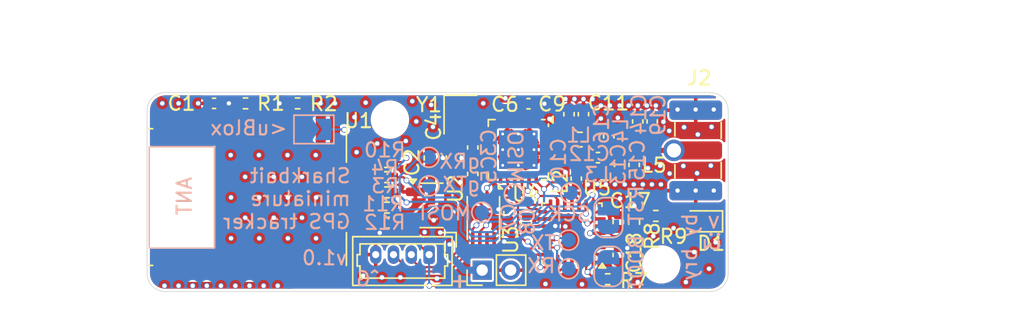
<source format=kicad_pcb>
(kicad_pcb (version 20240108) (generator "pcbnew") (generator_version "8.0")
  (layers (0 "F.Cu" signal) (1 "In1.Cu" signal) (2 "In2.Cu" signal) (31 "B.Cu" signal) (34 "B.Paste" user) (35 "F.Paste" user) (36 "B.SilkS" user "B.Silkscreen") (37 "F.SilkS" user "F.Silkscreen") (38 "B.Mask" user) (39 "F.Mask" user) (44 "Edge.Cuts" user))
  (net 0 "")
  (net 1 "/RF Transmitter/VR_PA")
  (net 2 "+3.3V")
  (net 3 "GND")
  (net 4 "Net-(D1-A)")
  (net 5 "/LED")
  (net 6 "/RF Transmitter/RF_XTB")
  (net 7 "/RF Transmitter/RF_XTA")
  (net 8 "/SCK")
  (net 9 "/MISO")
  (net 10 "/MOSI")
  (net 11 "/RF Transmitter/RFO_MATCH")
  (net 12 "/RF Transmitter/RFO_NOTCH")
  (net 13 "/RF Transmitter/RFO_LPF")
  (net 14 "/RF Transmitter/ANT")
  (net 15 "/RF Transmitter/RFO")
  (net 16 "/GPS_RX")
  (net 17 "/GPS_TX")
  (net 18 "/GPS_nRST")
  (net 19 "/GPS_1PPS")
  (net 20 "/OWI")
  (net 21 "+BATT")
  (net 22 "/UBLOX_VCCIO")
  (net 23 "/SWDIO")
  (net 24 "/NRST")
  (net 25 "/SWCLK")
  (net 26 "/RX")
  (net 27 "/TX")
  (net 28 "/BOOT")
  (net 29 "/DBG_TX")
  (net 30 "/DBG_RX")
  (net 31 "/RF_nRST")
  (net 32 "/RF_CS")
  (net 33 "/RF_BUSY")
  (net 34 "/FLASH_CS")
  (net 35 "Net-(U4-VREG)")
  (net 37 "Net-(U1-RF_IN)")
  (net 49 "/SCL_NC")
  (net 50 "/SDA_NC")
  (net 51 "/R_1PPS")
  (net 52 "/R_nRST")
  (net 53 "/RF Transmitter/RF_DCB")
  (footprint "Inductor_SMD:L_0603_1608Metric" (layer "F.Cu") (at 133.35 74.676)
    (property "Reference" "L1")
    (property "Value" "68u")
  )
  (footprint "Resistor_SMD:R_0402_1005Metric" (layer "F.Cu") (at 138.684 80.0354 180)
    (property "Reference" "R9")
    (property "Value" "75")
  )
  (footprint "Crystal:Crystal_SMD_2016-4Pin_2.0x1.6mm" (layer "F.Cu") (at 124.968 72.9234 -90)
    (property "Reference" "Y1")
    (property "Value" "32MHz")
  )
  (footprint "Capacitor_SMD:C_0402_1005Metric" (layer "F.Cu") (at 136.144 76.454 -90)
    (property "Reference" "C13")
    (property "Value" "4.7p")
  )
  (footprint "Capacitor_SMD:C_0402_1005Metric" (layer "F.Cu") (at 137.414 73.406 90)
    (property "Reference" "C14")
    (property "Value" "0")
  )
  (footprint "Package_DFN_QFN:QFN-28_4x4mm_P0.5mm" (layer "F.Cu") (at 132.7912 81.252 180)
    (property "Reference" "U5")
    (property "Value" "STM32L031G6Ux")
  )
  (footprint "Resistor_SMD:R_0402_1005Metric" (layer "F.Cu") (at 109.8804 72.136)
    (property "Reference" "R1")
    (property "Value" "4.7k")
  )
  (footprint "Capacitor_SMD:C_0402_1005Metric" (layer "F.Cu") (at 107.6706 72.136 180)
    (property "Reference" "C1")
    (property "Value" "0.1uF")
  )
  (footprint "Capacitor_SMD:C_0402_1005Metric" (layer "F.Cu") (at 134.62 75.946)
    (property "Reference" "C12")
    (property "Value" "6.8p")
  )
  (footprint "Capacitor_SMD:C_0402_1005Metric" (layer "F.Cu") (at 133.604 72.898 90)
    (property "Reference" "C11")
    (property "Value" "0.1uF")
  )
  (footprint "Capacitor_SMD:C_0402_1005Metric" (layer "F.Cu") (at 136.0424 80.4672 90)
    (property "Reference" "C17")
    (property "Value" "0.1uF")
  )
  (footprint "Capacitor_SMD:C_0402_1005Metric" (layer "F.Cu") (at 136.0424 82.776 -90)
    (property "Reference" "C18")
    (property "Value" "0.1uF")
  )
  (footprint "Inductor_SMD:L_0402_1005Metric" (layer "F.Cu") (at 132.611 75.946)
    (property "Reference" "L2")
    (property "Value" "4.7n")
  )
  (footprint "Package_TO_SOT_SMD:SOT-23-3" (layer "F.Cu") (at 122.936 79.2988)
    (property "Reference" "U2")
    (property "Value" "XC6206PxxxMR")
  )
  (footprint "RF_Module_Custom:CAM-M8_QuectelL96" (layer "F.Cu") (at 102.9626 78.7146 90)
    (property "Reference" "U1")
    (property "Value" "Quectel_L96")
  )
  (footprint "Resistor_SMD:R_0402_1005Metric" (layer "F.Cu") (at 113.538 72.136)
    (property "Reference" "R2")
    (property "Value" "4.7k")
  )
  (footprint "Package_DFN_QFN:QFN-24-1EP_4x4mm_P0.5mm_EP2.7x2.7mm_ThermalVias" (layer "F.Cu") (at 129.032 75.3872 -90)
    (property "Reference" "U4")
    (property "Value" "LLCC68")
  )
  (footprint "Capacitor_SMD:C_0603_1608Metric" (layer "F.Cu") (at 122.936 75.9714 90)
    (property "Reference" "C2")
    (property "Value" "10uF")
  )
  (footprint "Capacitor_SMD:C_0603_1608Metric" (layer "F.Cu") (at 124.4854 75.9714 90)
    (property "Reference" "C4")
    (property "Value" "10uF")
  )
  (footprint "Capacitor_SMD:C_0402_1005Metric" (layer "F.Cu") (at 129.5908 80.5688 90)
    (property "Reference" "C8")
    (property "Value" "0.1uF")
  )
  (footprint "Connector_Coaxial_Custom:SMA_Samtec_SMA-J-P-H-ST-EM1_EdgeMount_WireWhip" (layer "F.Cu") (at 141.732 75.438)
    (property "Reference" "J2")
    (property "Value" "Conn_Coaxial_Small")
  )
  (footprint "Capacitor_SMD:C_0402_1005Metric" (layer "F.Cu") (at 128.3716 79.8322 -90)
    (property "Reference" "C7")
    (property "Value" "0.1uF")
  )
  (footprint "Connector_Molex:Molex_PicoBlade_53047-0410_1x04_P1.25mm_Vertical" (layer "F.Cu") (at 122.7676 82.7532 180)
    (property "Reference" "J1" (hide yes))
    (property "Value" "Conn_01x04")
  )
  (footprint "Capacitor_SMD:C_0402_1005Metric" (layer "F.Cu") (at 125.8316 77.089 -90)
    (property "Reference" "C5")
    (property "Value" "0.1uF")
  )
  (footprint "Resistor_SMD:R_0402_1005Metric" (layer "F.Cu") (at 119.8118 79.4512)
    (property "Reference" "R11")
    (property "Value" "220")
  )
  (footprint "Resistor_SMD:R_0402_1005Metric" (layer "F.Cu") (at 137.16 80.4672 -90)
    (property "Reference" "R8")
    (property "Value" "4.7k")
  )
  (footprint "Package_SON:Winbond_USON-8-1EP_3x2mm_P0.5mm_EP0.2x1.6mm" (layer "F.Cu") (at 126.5802 80.1852 -90)
    (property "Reference" "U3")
    (property "Value" "XT25F32FDTIGT")
  )
  (footprint "Inductor_SMD:L_0402_1005Metric" (layer "F.Cu") (at 134.62 76.962)
    (property "Reference" "L3")
    (property "Value" "3.9n")
  )
  (footprint "Resistor_SMD:R_0402_1005Metric" (layer "F.Cu") (at 119.8118 76.2508)
    (property "Reference" "R10")
    (property "Value" "220")
  )
  (footprint "MountingHole:MountingHole_2.2mm_M2" (layer "F.Cu") (at 120.015 73.279)
    (property "Reference" "H1" (hide yes))
    (property "Value" "MountingHole")
  )
  (footprint "Resistor_SMD:R_0402_1005Metric" (layer "F.Cu") (at 135.3058 84.4804)
    (property "Reference" "R7")
    (property "Value" "4.7k")
  )
  (footprint "Resistor_SMD:R_0402_1005Metric" (layer "F.Cu") (at 119.8118 78.3844)
    (property "Reference" "R3")
    (property "Value" "220")
  )
  (footprint "Inductor_SMD:L_0402_1005Metric" (layer "F.Cu") (at 137.922 74.93)
    (property "Reference" "L5")
    (property "Value" "0R")
  )
  (footprint "Resistor_SMD:R_0402_1005Metric" (layer "F.Cu") (at 119.8118 80.518)
    (property "Reference" "R12")
    (property "Value" "4.7k")
  )
  (footprint "Capacitor_SMD:C_0402_1005Metric" (layer "F.Cu") (at 137.16 76.454 -90)
    (property "Reference" "C15")
    (property "Value" "3.3p")
  )
  (footprint "Capacitor_SMD:C_0402_1005Metric" (layer "F.Cu") (at 129.7432 72.1614 180)
    (property "Reference" "C6")
    (property "Value" "1uF")
  )
  (footprint "Capacitor_SMD:C_0402_1005Metric" (layer "F.Cu") (at 135.382 74.45 90)
    (property "Reference" "C16")
    (property "Value" "68p")
  )
  (footprint "Capacitor_SMD:C_0402_1005Metric" (layer "F.Cu") (at 138.43 73.406 90)
    (property "Reference" "C19")
    (property "Value" "0")
  )
  (footprint "MountingHole:MountingHole_2.2mm_M2" (layer "F.Cu") (at 139.065 83.439)
    (property "Reference" "H2" (hide yes))
    (property "Value" "MountingHole")
  )
  (footprint "Capacitor_SMD:C_0402_1005Metric" (layer "F.Cu") (at 125.8316 75.2348 -90)
    (property "Reference" "C3")
    (property "Value" "1uF")
  )
  (footprint "Connector_PinHeader_2.00mm:PinHeader_1x02_P2.00mm_Vertical" (layer "F.Cu") (at 126.492 83.8428 90)
    (property "Reference" "BT1" (hide yes))
    (property "Value" "LiPo")
  )
  (footprint "Resistor_SMD:R_0402_1005Metric" (layer "F.Cu") (at 119.8118 77.3176)
    (property "Reference" "R4")
    (property "Value" "220")
  )
  (footprint "Capacitor_SMD:C_0402_1005Metric" (layer "F.Cu") (at 132.588 72.898 90)
    (property "Reference" "C9")
    (property "Value" "68p")
  )
  (footprint "Capacitor_SMD:C_0402_1005Metric" (layer "F.Cu") (at 133.096 77.4192 -90)
    (property "Reference" "C10")
    (property "Value" "6.8p")
  )
  (footprint "Inductor_SMD:L_0402_1005Metric" (layer "F.Cu") (at 136.398 74.45 -90)
    (property "Reference" "L4")
    (property "Value" "10n")
  )
  (footprint "LED_SMD:LED_0603_1608Metric" (layer "F.Cu") (at 141.8844 80.4164 180)
    (property "Reference" "D1")
    (property "Value" "RED")
  )
  (footprint "TestPoint:TestPoint_Pad_D1.0mm" (layer "B.Cu") (at 128.7526 78.5114 180)
    (property "Reference" "TP4" (hide yes))
    (property "Value" "MISO")
  )
  (footprint "TestPoint:TestPoint_Pad_D1.0mm" (layer "B.Cu") (at 122.7582 77.9272 180)
    (property "Reference" "TP6" (hide yes))
    (property "Value" "GPS_TX")
  )
  (footprint "Jumper:SolderJumper-2_P1.3mm_Open_TrianglePad1.0x1.5mm" (layer "B.Cu") (at 114.681 73.9648)
    (property "Reference" "JP3" (hide yes))
    (property "Value" "Ublox_VCCIO")
  )
  (footprint "TestPoint:TestPoint_Pad_D1.0mm" (layer "B.Cu") (at 122.7582 75.9206 180)
    (property "Reference" "TP7" (hide yes))
    (property "Value" "GPS_RX")
  )
  (footprint "Jumper:SolderJumper-2_P1.3mm_Open_RoundedPad1.0x1.5mm" (layer "B.Cu") (at 135.3566 83.581 -90)
    (property "Reference" "JP2" (hide yes))
    (property "Value" "BOOT")
  )
  (footprint "TestPoint:TestPoint_Pad_D1.0mm" (layer "B.Cu") (at 132.5626 81.7372 180)
    (property "Reference" "TP2" (hide yes))
    (property "Value" "DBG_TX")
  )
  (footprint "TestPoint:TestPoint_Pad_D1.0mm" (layer "B.Cu") (at 132.5626 83.7438 180)
    (property "Reference" "TP1" (hide yes))
    (property "Value" "DBG_RX")
  )
  (footprint "Jumper:SolderJumper-2_P1.3mm_Open_RoundedPad1.0x1.5mm" (layer "B.Cu") (at 135.3566 80.152 -90)
    (property "Reference" "JP1" (hide yes))
    (property "Value" "RST")
  )
  (footprint "TestPoint:TestPoint_Pad_D1.0mm" (layer "B.Cu") (at 132.715 78.4352 180)
    (property "Reference" "TP3" (hide yes))
    (property "Value" "SCK")
  )
  (footprint "TestPoint:TestPoint_Pad_D1.0mm" (layer "B.Cu") (at 126.4666 79.7814 180)
    (property "Reference" "TP5" (hide yes))
    (property "Value" "MOSI")
  )
  (gr_rect (start 103.124 75.184) (end 107.696 82.296) (stroke (width 0.1)) (fill none) (layer "B.SilkS"))
  (gr_line (start 142.494 85.344) (end 104.2416 85.344) (stroke (width 0.05)) (layer "Edge.Cuts"))
  (gr_arc (start 143.764 84.074) (mid 143.392026 84.972026) (end 142.494 85.344) (stroke (width 0.05)) (layer "Edge.Cuts"))
  (gr_arc (start 104.2416 85.344) (mid 103.343574 84.972026) (end 102.9716 84.074) (stroke (width 0.05)) (layer "Edge.Cuts"))
  (gr_arc (start 142.494 71.374) (mid 143.392026 71.745974) (end 143.764 72.644) (stroke (width 0.05)) (layer "Edge.Cuts"))
  (gr_line (start 102.9716 84.074) (end 102.9716 72.644) (stroke (width 0.05)) (layer "Edge.Cuts"))
  (gr_arc (start 102.9716 72.644) (mid 103.343574 71.745974) (end 104.2416 71.374) (stroke (width 0.05)) (layer "Edge.Cuts"))
  (gr_line (start 143.764 72.644) (end 143.764 84.074) (stroke (width 0.05)) (layer "Edge.Cuts"))
  (gr_line (start 104.2416 71.374) (end 142.494 71.374) (stroke (width 0.05)) (layer "Edge.Cuts"))
  (gr_text "<uBlox" (at 112.903 74.4474 0) (layer "B.SilkS") (effects (font (size 1 1) (thickness 0.1524)) (justify left bottom mirror)))
  (gr_text "+" (at 125.603 85.1408 0) (layer "B.SilkS") (effects (font (size 1 1) (thickness 0.1524)) (justify left bottom mirror)))
  (gr_text "^G" (at 119.3292 85.0392 0) (layer "B.SilkS") (effects (font (size 1 1) (thickness 0.1524)) (justify left bottom mirror)))
  (gr_text "MOSI" (at 125.8062 80.4164 0) (layer "B.SilkS") (effects (font (size 1 1) (thickness 0.1524)) (justify left bottom mirror)))
  (gr_text "gRX\ngTX" (at 126.4412 78.4098 0) (layer "B.SilkS") (effects (font (size 1 1) (thickness 0.1524)) (justify left bottom mirror)))
  (gr_text "Sharkbait\nminiature\nGPS tracker" (at 117.348 81.026 0) (layer "B.SilkS") (effects (font (size 1 1) (thickness 0.1524)) (justify left bottom mirror)))
  (gr_text "v1.0" (at 117.094 83.566 0) (layer "B.SilkS") (effects (font (size 1 1) (thickness 0.1524)) (justify left bottom mirror)))
  (gr_text "MISO" (at 128.1938 77.7748 270) (layer "B.SilkS") (effects (font (size 1 1) (thickness 0.1524)) (justify left bottom mirror)))
  (gr_text "SCK" (at 134.1882 80.4926 0) (layer "B.SilkS") (effects (font (size 1 1) (thickness 0.1524)) (justify left bottom mirror)))
  (gr_text "RST BOOT\n" (at 137.8966 77.8002 90) (layer "B.SilkS") (effects (font (size 1 1) (thickness 0.1524)) (justify left bottom mirror)))
  (gr_text "ANT" (at 106.172 77.216 90) (layer "B.SilkS") (effects (font (size 1 1) (thickness 0.1524)) (justify left bottom mirror)))
  (gr_text "by bry\n>:3" (at 143.256 79.756 90) (layer "B.SilkS") (effects (font (size 1 1) (thickness 0.1524)) (justify left bottom mirror)))
  (gr_text "TX\nRX" (at 131.7244 84.1248 0) (layer "B.SilkS") (effects (font (size 1 1) (thickness 0.1524)) (justify left bottom mirror)))
  (gr_text "+" (at 124.206 85.1408 -0) (layer "F.SilkS") (effects (font (size 1 1) (thickness 0.1524)) (justify left bottom)))
  (segment (start 132.5625 74.676) (end 132.5625 73.4035) (width 0.1524) (layer "F.Cu") (net 1))
  (segment (start 132.0237 74.1372) (end 132.5625 74.676) (width 0.1524) (layer "F.Cu") (net 1))
  (segment (start 132.5625 73.4035) (end 132.588 73.378) (width 0.1524) (layer "F.Cu") (net 1))
  (segment (start 130.9945 74.1372) (end 132.0237 74.1372) (width 0.1524) (layer "F.Cu") (net 1))
  (segment (start 132.588 73.378) (end 133.604 73.378) (width 0.1524) (layer "F.Cu") (net 1))
  (segment (start 119.3018 81.2272) (end 119.3038 81.2292) (width 0.1524) (layer "F.Cu") (net 2))
  (segment (start 122.9484 76.7464) (end 122.936 76.7464) (width 0.508) (layer "F.Cu") (net 2))
  (segment (start 129.5908 81.0488) (end 129.8876 80.752) (width 0.1524) (layer "F.Cu") (net 2))
  (segment (start 126.3302 79.12361) (end 126.3302 78.7602) (width 0.1524) (layer "F.Cu") (net 2))
  (segment (start 137.16 79.9572) (end 137.16 79.3242) (width 0.1524) (layer "F.Cu") (net 2))
  (segment (start 128.3716 79.3522) (end 128.1456 79.5782) (width 0.1524) (layer "F.Cu") (net 2))
  (segment (start 129.8876 80.752) (end 130.8537 80.752) (width 0.1524) (layer "F.Cu") (net 2))
  (segment (start 136.0424 80.9472) (end 136.17 80.9472) (width 0.1524) (layer "F.Cu") (net 2))
  (segment (start 136.0424 82.296) (end 136.6774 82.296) (width 0.1524) (layer "F.Cu") (net 2))
  (segment (start 126.3034 76.1372) (end 127.0695 76.1372) (width 0.1524) (layer "F.Cu") (net 2))
  (segment (start 128.1456 79.5782) (end 126.78479 79.5782) (width 0.1524) (layer "F.Cu") (net 2))
  (segment (start 113.028 72.136) (end 112.268 72.136) (width 0.1524) (layer "F.Cu") (net 2))
  (segment (start 128.0414 81.8388) (end 127.8128 81.6102) (width 0.1524) (layer "F.Cu") (net 2))
  (segment (start 130.282 72.2202) (end 130.2232 72.1614) (width 0.1524) (layer "F.Cu") (net 2))
  (segment (start 126.8302 81.6102) (end 127.3302 81.6102) (width 0.1524) (layer "F.Cu") (net 2))
  (segment (start 125.8316 76.609) (end 126.3034 76.1372) (width 0.1524) (layer "F.Cu") (net 2))
  (segment (start 108.1626 72.148) (end 108.1506 72.136) (width 0.1524) (layer "F.Cu") (net 2))
  (segment (start 135.8472 80.752) (end 136.0424 80.9472) (width 0.1524) (layer "F.Cu") (net 2))
  (segment (start 131.6228 80.7466) (end 130.8591 80.7466) (width 0.1524) (layer "F.Cu") (net 2))
  (segment (start 127.8128 81.6102) (end 127.3302 81.6102) (width 0.1524) (layer "F.Cu") (net 2))
  (segment (start 126.78479 79.5782) (end 126.3302 79.12361) (width 0.1524) (layer "F.Cu") (net 2))
  (segment (start 127.0695 76.1372) (end 127.0695 75.6372) (width 0.1524) (layer "F.Cu") (net 2))
  (segment (start 119.3018 80.518) (end 119.3018 81.2272) (width 0.1524) (layer "F.Cu") (net 2))
  (segment (start 121.7985 80.2488) (end 122.936 79.1113) (width 0.508) (layer "F.Cu") (net 2))
  (segment (start 134.7887 82.752) (end 135.5864 82.752) (width 0.1524) (layer "F.Cu") (net 2))
  (segment (start 130.8591 80.7466) (end 130.8537 80.752) (width 0.1524) (layer "F.Cu") (net 2))
  (segment (start 135.5864 82.752) (end 136.0424 82.296) (width 0.1524) (layer "F.Cu") (net 2))
  (segment (start 125.0442 75.9714) (end 125.6818 76.609) (width 0.1524) (layer "F.Cu") (net 2))
  (segment (start 108.1506 72.136) (end 108.712 72.136) (width 0.1524) (layer "F.Cu") (net 2))
  (segment (start 123.7234 75.9714) (end 122.9484 76.7464) (width 0.508) (layer "F.Cu") (net 2))
  (segment (start 109.3704 72.136) (end 108.712 72.136) (width 0.1524) (layer "F.Cu") (net 2))
  (segment (start 134.7287 80.752) (end 135.8472 80.752) (width 0.1524) (layer "F.Cu") (net 2))
  (segment (start 125.6818 76.609) (end 125.8316 76.609) (width 0.1524) (layer "F.Cu") (net 2))
  (segment (start 136.17 80.9472) (end 137.16 79.9572) (width 0.1524) (layer "F.Cu") (net 2))
  (segment (start 122.936 79.1113) (end 122.936 76.7464) (width 0.508) (layer "F.Cu") (net 2))
  (segment (start 108.1626 73.9896) (end 109.1626 73.9896) (width 0.1524) (layer "F.Cu") (net 2))
  (segment (start 130.282 73.4247) (end 130.282 72.2202) (width 0.1524) (layer "F.Cu") (net 2))
  (segment (start 130.2232 72.1614) (end 130.8608 72.1614) (width 0.1524) (layer "F.Cu") (net 2))
  (segment (start 108.1626 73.9896) (end 108.1626 72.148) (width 0.1524) (layer "F.Cu") (net 2))
  (via (at 119.3038 81.2292) (size 0.4064) (drill 0.3048) (layers "F.Cu" "B.Cu") (net 2))
  (via (at 128.0414 81.8388) (size 0.4064) (drill 0.3048) (layers "F.Cu" "B.Cu") (net 2))
  (via (at 112.268 72.136) (size 0.4064) (drill 0.3048) (layers "F.Cu" "B.Cu") (net 2))
  (via (at 125.0442 75.9714) (size 0.4064) (drill 0.3048) (layers "F.Cu" "B.Cu") (net 2))
  (via (at 137.16 79.3242) (size 0.4064) (drill 0.3048) (layers "F.Cu" "B.Cu") (net 2))
  (via (at 136.6774 82.296) (size 0.4064) (drill 0.3048) (layers "F.Cu" "B.Cu") (net 2))
  (via (at 131.6228 80.7466) (size 0.4064) (drill 0.3048) (layers "F.Cu" "B.Cu") (net 2))
  (via (at 130.8608 72.1614) (size 0.4064) (drill 0.3048) (layers "F.Cu" "B.Cu") (net 2))
  (via (at 127.635 79.5782) (size 0.4064) (drill 0.3048) (layers "F.Cu" "B.Cu") (net 2))
  (via (at 123.7234 75.9714) (size 0.4064) (drill 0.3048) (layers "F.Cu" "B.Cu") (net 2))
  (via (at 108.712 72.136) (size 0.4064) (drill 0.3048) (layers "F.Cu" "B.Cu") (net 2))
  (segment (start 126.74359 74.6372) (end 127.0695 74.6372) (width 0.1524) (layer "F.Cu") (net 3))
  (segment (start 126.365 75.5904) (end 126.365 75.01579) (width 0.1524) (layer "F.Cu") (net 3))
  (segment (start 125.8316 77.569) (end 125.046997 77.569) (width 0.1524) (layer "F.Cu") (net 3))
  (segment (start 126.365 75.01579) (end 126.74359 74.6372) (width 0.1524) (layer "F.Cu") (net 3))
  (segment (start 125.8316 75.7148) (end 125.3132 75.1964) (width 0.1524) (layer "F.Cu") (net 3))
  (segment (start 125.3132 75.1964) (end 124.4854 75.1964) (width 0.1524) (layer "F.Cu") (net 3))
  (segment (start 134.6591 83.2495) (end 134.6962 83.2866) (width 0.1524) (layer "F.Cu") (net 3))
  (segment (start 126.2406 75.7148) (end 126.365 75.5904) (width 0.1524) (layer "F.Cu") (net 3))
  (segment (start 133.096 77.8992) (end 132.334 77.1372) (width 0.1524) (layer "F.Cu") (net 3))
  (segment (start 134.2912 83.2495) (end 134.6591 83.2495) (width 0.1524) (layer "F.Cu") (net 3))
  (segment (start 131.805043 80.252) (end 130.8537 80.252) (width 0.1524) (layer "F.Cu") (net 3))
  (segment (start 132.334 77.1372) (end 132.334 76.962) (width 0.1524) (layer "F.Cu") (net 3))
  (segment (start 125.046997 77.569) (end 124.946285 77.669712) (width 0.1524) (layer "F.Cu") (net 3))
  (segment (start 125.8316 75.7148) (end 126.2406 75.7148) (width 0.1524) (layer "F.Cu") (net 3))
  (segment (start 107.1906 72.136) (end 106.553 72.136) (width 0.1524) (layer "F.Cu") (net 3))
  (segment (start 132.329521 80.776478) (end 131.805043 80.252) (width 0.1524) (layer "F.Cu") (net 3))
  (segment (start 132.329521 80.776479) (end 132.329521 80.776478) (width 0.1524) (layer "F.Cu") (net 3))
  (via (at 141.5796 77.0382) (size 0.4064) (drill 0.3048) (layers "F.Cu" "B.Cu") (net 3))
  (via (at 119.4562 84.3534) (size 0.4064) (drill 0.3048) (layers "F.Cu" "B.Cu") (net 3))
  (via (at 123.317 84.4296) (size 0.4064) (drill 0.3048) (layers "F.Cu" "B.Cu") (net 3))
  (via (at 110.1598 84.9376) (size 0.4064) (drill 0.3048) (layers "F.Cu" "B.Cu") (net 3))
  (via (at 138.5062 81.4578) (size 0.4064) (drill 0.3048) (layers "F.Cu" "B.Cu") (net 3))
  (via (at 134.5692 77.8002) (size 0.4064) (drill 0.3048) (layers "F.Cu" "B.Cu") (net 3))
  (via (at 117.6782 75.565) (size 0.4064) (drill 0.3048) (layers "F.Cu" "B.Cu") (net 3))
  (via (at 107.1626 84.9376) (size 0.4064) (drill 0.3048) (layers "F.Cu" "B.Cu") (net 3))
  (via (at 131.2164 73.2282) (size 0.4064) (drill 0.3048) (layers "F.Cu" "B.Cu") (net 3))
  (via (at 112.8268 75.7682) (size 0.4064) (drill 0.3048) (layers "F.Cu" "B.Cu") (net 3))
  (via (at 121.5898 71.9836) (size 0.4064) (drill 0.3048) (layers "F.Cu" "B.Cu") (net 3))
  (via (at 106.553 72.136) (size 0.4064) (drill 0.3048) (layers "F.Cu" "B.Cu") (net 3))
  (via (at 136.4996 77.8256) (size 0.4064) (drill 0.3048) (layers "F.Cu" "B.Cu") (net 3))
  (via (at 117.5258 73.1012) (size 0.4064) (drill 0.3048) (layers "F.Cu" "B.Cu") (net 3))
  (via (at 113.8428 77.2922) (size 0.4064) (drill 0.3048) (layers "F.Cu" "B.Cu") (net 3))
  (via (at 122.9106 72.2376) (size 0.4064) (drill 0.3048) (layers "F.Cu" "B.Cu") (net 3))
  (via (at 137.7696 77.8256) (size 0.4064) (drill 0.3048) (layers "F.Cu" "B.Cu") (net 3))
  (via (at 137.1346 77.8256) (size 0.4064) (drill 0.3048) (layers "F.Cu" "B.Cu") (net 3))
  (via (at 136.1694 78.8162) (size 0.4064) (drill 0.3048) (layers "F.Cu" "B.Cu") (net 3))
  (via (at 113.8428 80.1624) (size 0.4064) (drill 0.3048) (layers "F.Cu" "B.Cu") (net 3))
  (via (at 140.6652 73.8124) (size 0.4064) (drill 0.3048) (layers "F.Cu" "B.Cu") (net 3))
  (via (at 109.1692 84.9376) (size 0.4064) (drill 0.3048) (layers "F.Cu" "B.Cu") (net 3))
  (via (at 124.946285 77.669712) (size 0.4064) (drill 0.3048) (layers "F.Cu" "B.Cu") (net 3))
  (via (at 115.1382 72.136) (size 0.4064) (drill 0.3048) (layers "F.Cu" "B.Cu") (net 3))
  (via (at 132.334 71.8312) (size 0.4064) (drill 0.3048) (layers "F.Cu" "B.Cu") (net 3))
  (via (at 139.0396 77.8256) (size 0.4064) (drill 0.3048) (layers "F.Cu" "B.Cu") (net 3))
  (via (at 132.969 71.8312) (size 0.4064) (drill 0.3048) (layers "F.Cu" "B.Cu") (net 3))
  (via (at 138.4046 77.8256) (size 0.4064) (drill 0.3048) (layers "F.Cu" "B.Cu") (net 3))
  (via (at 128.1176 71.7804) (size 0.4064) (drill 0.3048) (layers "F.Cu" "B.Cu") (net 3))
  (via (at 139.2174 73.4314) (size 0.4064) (drill 0.3048) (layers "F.Cu" "B.Cu") (net 3))
  (via (at 134.8232 72.2884) (size 0.4064) (drill 0.3048) (layers "F.Cu" "B.Cu") (net 3))
  (via (at 132.334 76.962) (size 0.4064) (drill 0.3048) (layers "F.Cu" "B.Cu") (net 3))
  (via (at 134.239 71.8312) (size 0.4064) (drill 0.3048) (layers "F.Cu" "B.Cu") (net 3))
  (via (at 110.8456 78.74) (size 0.4064) (drill 0.3048) (layers "F.Cu" "B.Cu") (net 3))
  (via (at 141.6304 74.3204) (size 0.4064) (drill 0.3048) (layers "F.Cu" "B.Cu") (net 3))
  (via (at 137.414 84.6836) (size 0.4064) (drill 0.3048) (layers "F.Cu" "B.Cu") (net 3))
  (via (at 139.6238 74.0664) (size 0.4064) (drill 0.3048) (layers "F.Cu" "B.Cu") (net 3))
  (via (at 141.478 78.2574) (size 0.4064) (drill 0.3048) (layers "F.Cu" "B.Cu") (net 3))
  (via (at 108.839 75.7682) (size 0.4064) (drill 0.3048) (layers "F.Cu" "B.Cu") (net 3))
  (via (at 140.208 72.5678) (size 0.4064) (drill 0.3048) (layers "F.Cu" "B.Cu") (net 3))
  (via (at 123.0884 80.3402) (size 0.4064) (drill 0.3048) (layers "F.Cu" "B.Cu") (net 3))
  (via (at 106.172 84.9376) (size 0.4064) (drill 0.3048) (layers "F.Cu" "B.Cu") (net 3))
  (via (at 138.049 72.2884) (size 0.4064) (drill 0.3048) (layers "F.Cu" "B.Cu") (net 3))
  (via (at 104.1908 84.9376) (size 0.4064) (drill 0.3048) (layers "F.Cu" "B.Cu") (net 3))
  (via (at 142.5448 76.5048) (size 0.4064) (drill 0.3048) (layers "F.Cu" "B.Cu") (net 3))
  (via (at 140.208 78.2574) (size 0.4064) (drill 0.3048) (layers "F.Cu" "B.Cu") (net 3))
  (via (at 105.1814 72.136) (size 0.4064) (drill 0.3048) (layers "F.Cu" "B.Cu") (net 3))
  (via (at 142.748 72.5678) (size 0.4064) (drill 0.3048) (layers "F.Cu" "B.Cu") (net 3))
  (via (at 137.414 72.2884) (size 0.4064) (drill 0.3048) (layers "F.Cu" "B.Cu") (net 3))
  (via (at 132.329521 80.776479) (size 0.4064) (drill 0.3048) (layers "F.Cu" "B.Cu") (net 3))
  (via (at 139.6492 77.0636) (size 0.4064) (drill 0.3048) (layers "F.Cu" "B.Cu") (net 3))
  (via (at 139.9286 80.899) (size 0.4064) (drill 0.3048) (layers "F.Cu" "B.Cu") (net 3))
  (via (at 105.1814 84.9376) (size 0.4064) (drill 0.3048) (layers "F.Cu" "B.Cu") (net 3))
  (via (at 118.1354 84.2264) (size 0.4064) (drill 0.3048) (layers "F.Cu" "B.Cu") (net 3))
  (via (at 142.875 81.8896) (size 0.4064) (drill 0.3048) (layers "F.Cu" "B.Cu") (net 3))
  (via (at 109.855 77.2922) (size 0.4064) (drill 0.3048) (layers "F.Cu" "B.Cu") (net 3))
  (via (at 135.1788 77.8256) (size 0.4064) (drill 0.3048) (layers "F.Cu" "B.Cu") (net 3))
  (via (at 136.144 72.2884) (size 0.4064) (drill 0.3048) (layers "F.Cu" "B.Cu") (net 3))
  (via (at 142.748 78.2574) (size 0.4064) (drill 0.3048) (layers "F.Cu" "B.Cu") (net 3))
  (via (at 112.141 84.9376) (size 0.4064) (drill 0.3048) (layers "F.Cu" "B.Cu") (net 3))
  (via (at 123.5456 81.2038) (size 0.4064) (drill 0.3048) (layers "F.Cu" "B.Cu") (net 3))
  (via (at 118.3132 72.0852) (size 0.4064) (drill 0.3048) (layers "F.Cu" "B.Cu") (net 3))
  (via (at 126.5682 72.136) (size 0.4064) (drill 0.3048) (layers "F.Cu" "B.Cu") (net 3))
  (via (at 110.8456 81.6102) (size 0.4064) (drill 0.3048) (layers "F.Cu" "B.Cu") (net 3))
  (via (at 108.8644 78.74) (size 0.4064) (drill 0.3048) (layers "F.Cu" "B.Cu") (net 3))
  (via (at 133.9088 77.8256) (size 0.4064) (drill 0.3048) (layers "F.Cu" "B.Cu") (net 3))
  (via (at 111.1504 84.9376) (size 0.4064) (drill 0.3048) (layers "F.Cu" "B.Cu") (net 3))
  (via (at 141.478 72.5678) (size 0.4064) (drill 0.3048) (layers "F.Cu" "B.Cu") (net 3))
  (via (at 140.7922 84.6836) (size 0.4064) (drill 0.3048) (layers "F.Cu" "B.Cu") (net 3))
  (via (at 121.1326 74.7776) (size 0.4064) (drill 0.3048) (layers "F.Cu" "B.Cu") (net 3))
  (via (at 138.684 72.2884) (size 0.4064) (drill 0.3048) (layers "F.Cu" "B.Cu") (net 3))
  (via (at 120.7516 84.3534) (size 0.4064) (drill 0.3048) (layers "F.Cu" "B.Cu") (net 3))
  (via (at 135.4582 72.2884) (size 0.4064) (drill 0.3048) (layers "F.Cu" "B.Cu") (net 3))
  (via (at 104.0384 72.136) (size 0.4064) (drill 0.3048) (layers "F.Cu" "B.Cu") (net 3))
  (via (at 140.6144 76.5302) (size 0.4064) (drill 0.3048) (layers "F.Cu" "B.Cu") (net 3))
  (via (at 111.8616 80.1624) (size 0.4064) (drill 0.3048) (layers "F.Cu" "B.Cu") (net 3))
  (via (at 135.8138 77.8256) (size 0.4064) (drill 0.3048) (layers "F.Cu" "B.Cu") (net 3))
  (via (at 108.8644 81.6102) (size 0.4064) (drill 0.3048) (layers "F.Cu" "B.Cu") (net 3))
  (via (at 134.8232 73.2028) (size 0.4064) (drill 0.3048) (layers "F.Cu" "B.Cu") (net 3))
  (via (at 112.8522 81.6102) (size 0.4064) (drill 0.3048) (layers "F.Cu" "B.Cu") (net 3))
  (via (at 114.808 75.7682) (size 0.4064) (drill 0.3048) (layers "F.Cu" "B.Cu") (net 3))
  (via (at 108.1532 84.9376) (size 0.4064) (drill 0.3048) (layers "F.Cu" "B.Cu") (net 3))
  (via (at 136.017 73.152) (size 0.4064) (drill 0.3048) (layers "F.Cu" "B.Cu") (net 3))
  (via (at 109.855 80.1624) (size 0.4064) (drill 0.3048) (layers "F.Cu" "B.Cu") (net 3))
  (via (at 121.8692 73.406) (size 0.4064) (drill 0.3048) (layers "F.Cu" "B.Cu") (net 3))
  (via (at 138.1252 76.6826) (size 0.4064) (drill 0.3048) (layers "F.Cu" "B.Cu") (net 3))
  (via (at 123.0376 73.787) (size 0.4064) (drill 0.3048) (layers "F.Cu" "B.Cu") (net 3))
  (via (at 112.8522 78.74) (size 0.4064) (drill 0.3048) (layers "F.Cu" "B.Cu") (net 3))
  (via (at 114.8334 81.6102) (size 0.4064) (drill 0.3048) (layers "F.Cu" "B.Cu") (net 3))
  (via (at 136.779 72.2884) (size 0.4064) (drill 0.3048) (layers "F.Cu" "B.Cu") (net 3))
  (via (at 122.4534 81.1784) (size 0.4064) (drill 0.3048) (layers "F.Cu" "B.Cu") (net 3))
  (via (at 116.1542 72.136) (size 0.4064) (drill 0.3048) (layers "F.Cu" "B.Cu") (net 3))
  (via (at 111.8616 77.2922) (size 0.4064) (drill 0.3048) (layers "F.Cu" "B.Cu") (net 3))
  (via (at 142.4178 83.7438) (size 0.4064) (drill 0.3048) (layers "F.Cu" "B.Cu") (net 3))
  (via (at 141.3764 82.5754) (size 0.4064) (drill 0.3048) (layers "F.Cu" "B.Cu") (net 3))
  (via (at 119.126 74.9554) (size 0.4064) (drill 0.3048) (layers "F.Cu" "B.Cu") (net 3))
  (via (at 110.8202 75.7682) (size 0.4064) (drill 0.3048) (layers "F.Cu" "B.Cu") (net 3))
  (via (at 133.5024 84.836) (size 0.4064) (drill 0.3048) (layers "F.Cu" "B.Cu") (net 3))
  (via (at 142.5956 73.787) (size 0.4064) (drill 0.3048) (layers "F.Cu" "B.Cu") (net 3))
  (via (at 133.604 71.8312) (size 0.4064) (drill 0.3048) (layers "F.Cu" "B.Cu") (net 3))
  (via (at 114.8334 78.74) (size 0.4064) (drill 0.3048) (layers "F.Cu" "B.Cu") (net 3))
  (via (at 130.937 84.8106) (size 0.4064) (drill 0.3048) (layers "F.Cu" "B.Cu") (net 3))
  (via (at 138.9888 76.5048) (size 0.4064) (drill 0.3048) (layers "F.Cu" "B.Cu") (net 3))
  (segment (start 135.4836 79.502) (end 136.1694 78.8162) (width 0.1524) (layer "B.Cu") (net 3))
  (segment (start 135.3566 79.502) (end 135.4836 79.502) (width 0.1524) (layer "B.Cu") (net 3))
  (segment (start 139.194 80.0354) (end 140.7159 80.0354) (width 0.1524) (layer "F.Cu") (net 4))
  (segment (start 140.7159 80.0354) (end 141.0969 80.4164) (width 0.1524) (layer "F.Cu") (net 4))
  (segment (start 137.21255 81.7626) (end 134.7393 81.7626) (width 0.1524) (layer "F.Cu") (net 5))
  (segment (start 134.7393 81.7626) (end 134.7287 81.752) (width 0.1524) (layer "F.Cu") (net 5))
  (segment (start 138.174 80.0354) (end 138.174 80.80115) (width 0.1524) (layer "F.Cu") (net 5))
  (segment (start 138.174 80.80115) (end 137.21255 81.7626) (width 0.1524) (layer "F.Cu") (net 5))
  (segment (start 128.782 73.012201) (end 128.439199 72.6694) (width 0.1524) (layer "F.Cu") (net 6))
  (segment (start 128.782 73.4247) (end 128.782 73.012201) (width 0.1524) (layer "F.Cu") (net 6))
  (segment (start 127.3556 72.6694) (end 126.4016 73.6234) (width 0.1524) (layer "F.Cu") (net 6))
  (segment (start 126.4016 73.6234) (end 125.518 73.6234) (width 0.1524) (layer "F.Cu") (net 6))
  (segment (start 128.439199 72.6694) (end 127.3556 72.6694) (width 0.1524) (layer "F.Cu") (net 6))
  (segment (start 129.282 73.4247) (end 129.282 73.081149) (width 0.1524) (layer "F.Cu") (net 7))
  (segment (start 124.418 72.4306) (end 124.418 72.2234) (width 0.1524) (layer "F.Cu") (net 7))
  (segment (start 124.8894 72.902) (end 124.418 72.4306) (width 0.1524) (layer "F.Cu") (net 7))
  (segment (start 129.282 73.081149) (end 128.514651 72.3138) (width 0.1524) (layer "F.Cu") (net 7))
  (segment (start 128.514651 72.3138) (end 127.280148 72.3138) (width 0.1524) (layer "F.Cu") (net 7))
  (segment (start 127.280148 72.3138) (end 126.691948 72.902) (width 0.1524) (layer "F.Cu") (net 7))
  (segment (start 126.691948 72.902) (end 124.8894 72.902) (width 0.1524) (layer "F.Cu") (net 7))
  (segment (start 130.8354 78.1558) (end 130.282 77.6024) (width 0.1524) (layer "F.Cu") (net 8))
  (segment (start 130.282 77.6024) (end 130.282 77.3497) (width 0.1524) (layer "F.Cu") (net 8))
  (segment (start 132.2526 78.338401) (end 132.2526 78.057956) (width 0.1524) (layer "F.Cu") (net 8))
  (segment (start 126.7714 80.6958) (end 126.3302 81.137) (width 0.1524) (layer "F.Cu") (net 8))
  (segment (start 131.87647 77.681826) (end 131.309374 77.681826) (width 0.1524) (layer "F.Cu") (net 8))
  (segment (start 131.309374 77.681826) (end 130.8354 78.1558) (width 0.1524) (layer "F.Cu") (net 8))
  (segment (start 132.7912 78.877001) (end 132.2526 78.338401) (width 0.1524) (layer "F.Cu") (net 8))
  (segment (start 132.7912 79.3145) (end 132.7912 78.877001) (width 0.1524) (layer "F.Cu") (net 8))
  (segment (start 126.3302 81.137) (end 126.3302 81.6102) (width 0.1524) (layer "F.Cu") (net 8))
  (segment (start 132.2526 78.057956) (end 131.87647 77.681826) (width 0.1524) (layer "F.Cu") (net 8))
  (via (at 126.7714 80.6958) (size 0.4064) (drill 0.3048) (layers "F.Cu" "B.Cu") (net 8))
  (via (at 130.8354 78.1558) (size 0.4064) (drill 0.3048) (layers "F.Cu" "B.Cu") (net 8))
  (segment (start 130.129065 79.920726) (end 130.8354 79.214391) (width 0.1524) (layer "B.Cu") (net 8))
  (segment (start 127.0254 80.4418) (end 128.4986 80.4418) (width 0.1524) (layer "B.Cu") (net 8))
  (segment (start 129.019674 79.920726) (end 130.129065 79.920726) (width 0.1524) (layer "B.Cu") (net 8))
  (segment (start 128.4986 80.4418) (end 129.019674 79.920726) (width 0.1524) (layer "B.Cu") (net 8))
  (segment (start 130.8354 79.214391) (end 130.8354 78.1558) (width 0.1524) (layer "B.Cu") (net 8))
  (segment (start 126.7714 80.6958) (end 127.0254 80.4418) (width 0.1524) (layer "B.Cu") (net 8))
  (segment (start 130.8354 78.639026) (end 130.8354 78.1558) (width 0.1524) (layer "B.Cu") (net 8))
  (segment (start 132.715 78.4352) (end 132.511174 78.639026) (width 0.1524) (layer "B.Cu") (net 8))
  (segment (start 132.511174 78.639026) (end 130.8354 78.639026) (width 0.1524) (layer "B.Cu") (net 8))
  (segment (start 129.282 77.8724) (end 129.6924 78.2828) (width 0.1524) (layer "F.Cu") (net 9))
  (segment (start 131.643574 78.160427) (end 132.2912 78.808053) (width 0.1524) (layer "F.Cu") (net 9))
  (segment (start 126.8222 78.0796) (end 126.8222 78.7522) (width 0.1524) (layer "F.Cu") (net 9))
  (segment (start 126.8222 78.7522) (end 126.8302 78.7602) (width 0.1524) (layer "F.Cu") (net 9))
  (segment (start 129.282 77.3497) (end 129.282 77.8724) (width 0.1524) (layer "F.Cu") (net 9))
  (segment (start 131.643574 78.160426) (end 131.643574 78.160427) (width 0.1524) (layer "F.Cu") (net 9))
  (segment (start 132.2912 78.808053) (end 132.2912 79.3145) (width 0.1524) (layer "F.Cu") (net 9))
  (via (at 131.643574 78.160426) (size 0.4064) (drill 0.3048) (layers "F.Cu" "B.Cu") (net 9))
  (via (at 129.6924 78.2828) (size 0.4064) (drill 0.3048) (layers "F.Cu" "B.Cu") (net 9))
  (via (at 126.8222 78.0796) (size 0.4064) (drill 0.3048) (layers "F.Cu" "B.Cu") (net 9))
  (segment (start 131.643574 78.109331) (end 130.953443 77.4192) (width 0.1524) (layer "B.Cu") (net 9))
  (segment (start 131.643574 78.160426) (end 131.643574 78.109331) (width 0.1524) (layer "B.Cu") (net 9))
  (segment (start 129.6924 77.6732) (end 129.7178 77.6478) (width 0.1524) (layer "B.Cu") (net 9))
  (segment (start 127.254 77.6478) (end 126.8222 78.0796) (width 0.1524) (layer "B.Cu") (net 9))
  (segment (start 129.6924 78.2828) (end 129.6924 77.6732) (width 0.1524) (layer "B.Cu") (net 9))
  (segment (start 130.560957 77.4232) (end 130.336357 77.6478) (width 0.1524) (layer "B.Cu") (net 9))
  (segment (start 128.8034 77.6478) (end 127.254 77.6478) (width 0.1524) (layer "B.Cu") (net 9))
  (segment (start 128.7526 78.5114) (end 128.7526 77.6986) (width 0.1524) (layer "B.Cu") (net 9))
  (segment (start 130.937 77.4192) (end 130.933 77.4232) (width 0.1524) (layer "B.Cu") (net 9))
  (segment (start 130.953443 77.4192) (end 130.937 77.4192) (width 0.1524) (layer "B.Cu") (net 9))
  (segment (start 129.7178 77.6478) (end 128.8034 77.6478) (width 0.1524) (layer "B.Cu") (net 9))
  (segment (start 130.336357 77.6478) (end 129.7178 77.6478) (width 0.1524) (layer "B.Cu") (net 9))
  (segment (start 130.933 77.4232) (end 130.560957 77.4232) (width 0.1524) (layer "B.Cu") (net 9))
  (segment (start 128.7526 77.6986) (end 128.8034 77.6478) (width 0.1524) (layer "B.Cu") (net 9))
  (segment (start 130.3528 78.6384) (end 130.3528 78.266357) (width 0.1524) (layer "F.Cu") (net 10))
  (segment (start 130.3528 78.6384) (end 131.552599 78.6384) (width 0.1524) (layer "F.Cu") (net 10))
  (segment (start 130.3528 78.266357) (end 129.782 77.695557) (width 0.1524) (layer "F.Cu") (net 10))
  (segment (start 129.782 77.695557) (end 129.782 77.3497) (width 0.1524) (layer "F.Cu") (net 10))
  (segment (start 131.552599 78.6384) (end 131.7912 78.877001) (width 0.1524) (layer "F.Cu") (net 10))
  (segment (start 126.0856 80.6958) (end 125.8302 80.9512) (width 0.1524) (layer "F.Cu") (net 10))
  (segment (start 125.8302 80.9512) (end 125.8302 81.6102) (width 0.1524) (layer "F.Cu") (net 10))
  (segment (start 131.7912 78.877001) (end 131.7912 79.3145) (width 0.1524) (layer "F.Cu") (net 10))
  (via (at 130.3528 78.6384) (size 0.4064) (drill 0.3048) (layers "F.Cu" "B.Cu") (net 10))
  (via (at 126.0856 80.6958) (size 0.4064) (drill 0.3048) (layers "F.Cu" "B.Cu") (net 10))
  (segment (start 126.6444 80.137) (end 128.372348 80.137) (width 0.1524) (layer "B.Cu") (net 10))
  (segment (start 128.893422 79.615926) (end 130.002813 79.615926) (width 0.1524) (layer "B.Cu") (net 10))
  (segment (start 130.002813 79.615926) (end 130.3528 79.265939) (width 0.1524) (layer "B.Cu") (net 10))
  (segment (start 128.372348 80.137) (end 128.893422 79.615926) (width 0.1524) (layer "B.Cu") (net 10))
  (segment (start 126.4666 79.9592) (end 126.6444 80.137) (width 0.1524) (layer "B.Cu") (net 10))
  (segment (start 126.0856 80.6958) (end 126.6444 80.137) (width 0.1524) (layer "B.Cu") (net 10))
  (segment (start 126.4666 79.7814) (end 126.4666 79.9592) (width 0.1524) (layer "B.Cu") (net 10))
  (segment (start 130.3528 79.265939) (end 130.3528 78.6384) (width 0.1524) (layer "B.Cu") (net 10))
  (segment (start 134.135 76.962) (end 134.135 75.951) (width 0.3556) (layer "F.Cu") (net 11))
  (segment (start 134.1375 74.9045) (end 133.096 75.946) (width 0.3556) (layer "F.Cu") (net 11))
  (segment (start 134.1122 76.9392) (end 134.135 76.962) (width 0.3556) (layer "F.Cu") (net 11))
  (segment (start 133.096 75.946) (end 133.096 76.9392) (width 0.3556) (layer "F.Cu") (net 11))
  (segment (start 134.135 75.951) (end 134.14 75.946) (width 0.3556) (layer "F.Cu") (net 11))
  (segment (start 134.1375 74.676) (end 134.1375 74.9045) (width 0.3556) (layer "F.Cu") (net 11))
  (segment (start 133.096 76.9392) (end 134.1122 76.9392) (width 0.3556) (layer "F.Cu") (net 11))
  (segment (start 135.1 75.946) (end 135.1 75.212) (width 0.3556) (layer "F.Cu") (net 12))
  (segment (start 136.144 75.974) (end 135.128 75.974) (width 0.3556) (layer "F.Cu") (net 12))
  (segment (start 135.1 75.212) (end 135.382 74.93) (width 0.3556) (layer "F.Cu") (net 12))
  (segment (start 135.128 75.974) (end 135.1 75.946) (width 0.3556) (layer "F.Cu") (net 12))
  (segment (start 135.105 76.962) (end 135.105 75.951) (width 0.3556) (layer "F.Cu") (net 12))
  (segment (start 135.105 75.951) (end 135.1 75.946) (width 0.3556) (layer "F.Cu") (net 12))
  (segment (start 137.16 75.207) (end 137.437 74.93) (width 0.3556) (layer "F.Cu") (net 13))
  (segment (start 137.414 73.886) (end 137.414 74.907) (width 0.3556) (layer "F.Cu") (net 13))
  (segment (start 137.16 75.974) (end 137.16 75.207) (width 0.3556) (layer "F.Cu") (net 13))
  (segment (start 137.414 74.907) (end 137.437 74.93) (width 0.3556) (layer "F.Cu") (net 13))
  (segment (start 137.432 74.935) (end 137.437 74.93) (width 0.3556) (layer "F.Cu") (net 13))
  (segment (start 136.398 74.935) (end 137.432 74.935) (width 0.3556) (layer "F.Cu") (net 13))
  (segment (start 138.407 73.909) (end 138.43 73.886) (width 0.3556) (layer "F.Cu") (net 14))
  (segment (start 138.915 75.438) (end 138.407 74.93) (width 0.3556) (layer "F.Cu") (net 14))
  (segment (start 141.732 75.438) (end 138.915 75.438) (width 0.3556) (layer "F.Cu") (net 14))
  (segment (start 138.407 74.93) (end 138.407 73.909) (width 0.3556) (layer "F.Cu") (net 14))
  (segment (start 130.9945 74.6372) (end 131.406999 74.6372) (width 0.1524) (layer "F.Cu") (net 15))
  (segment (start 131.406999 74.6372) (end 132.126 75.356201) (width 0.1524) (layer "F.Cu") (net 15))
  (segment (start 132.126 75.356201) (end 132.126 75.946) (width 0.1524) (layer "F.Cu") (net 15))
  (segment (start 118.1912 81.4364) (end 118.1912 79.094852) (width 0.1524) (layer "F.Cu") (net 16))
  (segment (start 116.1626 83.465) (end 118.1912 81.4364) (width 0.1524) (layer "F.Cu") (net 16))
  (segment (start 118.496 78.790052) (end 118.496 78.1234) (width 0.1524) (layer "F.Cu") (net 16))
  (segment (start 118.496 78.1234) (end 119.3018 77.3176) (width 0.1524) (layer "F.Cu") (net 16))
  (segment (start 118.1912 79.094852) (end 118.496 78.790052) (width 0.1524) (layer "F.Cu") (net 16))
  (segment (start 116.831052 83.2276) (end 118.496 81.562652) (width 0.1524) (layer "F.Cu") (net 17))
  (segment (start 115.1626 83.465) (end 115.1626 84.3472) (width 0.1524) (layer "F.Cu") (net 17))
  (segment (start 119.3018 78.61325) (end 119.3018 78.3844) (width 0.1524) (layer "F.Cu") (net 17))
  (segment (start 115.5586 84.7432) (end 116.7412 84.7432) (width 0.1524) (layer "F.Cu") (net 17))
  (segment (start 118.496 81.562652) (end 118.496 79.41905) (width 0.1524) (layer "F.Cu") (net 17))
  (segment (start 116.7412 84.7432) (end 116.831052 84.653348) (width 0.1524) (layer "F.Cu") (net 17))
  (segment (start 116.831052 84.653348) (end 116.831052 83.2276) (width 0.1524) (layer "F.Cu") (net 17))
  (segment (start 118.496 79.41905) (end 119.3018 78.61325) (width 0.1524) (layer "F.Cu") (net 17))
  (segment (start 115.1626 84.3472) (end 115.5586 84.7432) (width 0.1524) (layer "F.Cu") (net 17))
  (segment (start 120.3218 79.68005) (end 120.3218 79.4512) (width 0.1524) (layer "F.Cu") (net 18))
  (segment (start 124.935148 82.3296) (end 124.460748 82.804) (width 0.1524) (layer "F.Cu") (net 18))
  (segment (start 122.395763 81.8746) (end 122.090963 81.5698) (width 0.1524) (layer "F.Cu") (net 18))
  (segment (start 120.8204 80.17865) (end 120.3218 79.68005) (width 0.1524) (layer "F.Cu") (net 18))
  (segment (start 130.1876 82.131) (end 129.989 82.3296) (width 0.1524) (layer "F.Cu") (net 18))
  (segment (start 120.8204 80.585548) (end 120.8204 80.17865) (width 0.1524) (layer "F.Cu") (net 18))
  (segment (start 124.460748 82.804) (end 124.080074 82.804) (width 0.1524) (layer "F.Cu") (net 18))
  (segment (start 121.804652 81.5698) (end 120.8204 80.585548) (width 0.1524) (layer "F.Cu") (net 18))
  (segment (start 129.989 82.3296) (end 124.935148 82.3296) (width 0.1524) (layer "F.Cu") (net 18))
  (segment (start 130.1876 81.480601) (end 130.1876 82.131) (width 0.1524) (layer "F.Cu") (net 18))
  (segment (start 123.150674 81.8746) (end 122.395763 81.8746) (width 0.1524) (layer "F.Cu") (net 18))
  (segment (start 130.416201 81.252) (end 130.1876 81.480601) (width 0.1524) (layer "F.Cu") (net 18))
  (segment (start 122.090963 81.5698) (end 121.804652 81.5698) (width 0.1524) (layer "F.Cu") (net 18))
  (segment (start 124.080074 82.804) (end 123.150674 81.8746) (width 0.1524) (layer "F.Cu") (net 18))
  (segment (start 130.8537 81.252) (end 130.416201 81.252) (width 0.1524) (layer "F.Cu") (net 18))
  (segment (start 120.3218 76.2508) (end 120.904 76.2508) (width 0.1524) (layer "F.Cu") (net 19))
  (segment (start 134.06099 80.5688) (end 134.37779 80.252) (width 0.1524) (layer "F.Cu") (net 19))
  (segment (start 120.904 76.2508) (end 121.1834 75.9714) (width 0.1524) (layer "F.Cu") (net 19))
  (segment (start 134.37779 80.252) (end 134.7287 80.252) (width 0.1524) (layer "F.Cu") (net 19))
  (segment (start 133.8834 80.5688) (end 134.06099 80.5688) (width 0.1524) (layer "F.Cu") (net 19))
  (via (at 133.8834 80.5688) (size 0.4064) (drill 0.3048) (layers "F.Cu" "B.Cu") (net 19))
  (via (at 121.1834 75.9714) (size 0.4064) (drill 0.3048) (layers "F.Cu" "B.Cu") (net 19))
  (segment (start 131.358347 79.9846) (end 130.507821 80.835126) (width 0.1524) (layer "B.Cu") (net 19))
  (segment (start 120.985157 79.5742) (end 120.3452 78.934243) (width 0.1524) (layer "B.Cu") (net 19))
  (segment (start 129.39843 80.835126) (end 128.877356 81.3562) (width 0.1524) (layer "B.Cu") (net 19))
  (segment (start 133.1976 79.9846) (end 131.358347 79.9846) (width 0.1524) (layer "B.Cu") (net 19))
  (segment (start 133.8834 80.5688) (end 133.7818 80.5688) (width 0.1524) (layer "B.Cu") (net 19))
  (segment (start 122.6352 79.5742) (end 120.985157 79.5742) (width 0.1524) (layer "B.Cu") (net 19))
  (segment (start 127.847157 81.3562) (end 127.419357 81.784) (width 0.1524) (layer "B.Cu") (net 19))
  (segment (start 127.419357 81.784) (end 125.634853 81.784) (width 0.1524) (layer "B.Cu") (net 19))
  (segment (start 125.634853 81.784) (end 124.9934 81.142547) (width 0.1524) (layer "B.Cu") (net 19))
  (segment (start 124.9934 79.983104) (end 124.359896 79.3496) (width 0.1524) (layer "B.Cu") (net 19))
  (segment (start 133.7818 80.5688) (end 133.1976 79.9846) (width 0.1524) (layer "B.Cu") (net 19))
  (segment (start 120.3452 78.934243) (end 120.3452 76.8096) (width 0.1524) (layer "B.Cu") (net 19))
  (segment (start 124.359896 79.3496) (end 122.8598 79.3496) (width 0.1524) (layer "B.Cu") (net 19))
  (segment (start 122.8598 79.3496) (end 122.6352 79.5742) (width 0.1524) (layer "B.Cu") (net 19))
  (segment (start 128.877356 81.3562) (end 127.847157 81.3562) (width 0.1524) (layer "B.Cu") (net 19))
  (segment (start 120.3452 76.8096) (end 121.1834 75.9714) (width 0.1524) (layer "B.Cu") (net 19))
  (segment (start 124.9934 81.142547) (end 124.9934 79.983104) (width 0.1524) (layer "B.Cu") (net 19))
  (segment (start 130.507821 80.835126) (end 129.39843 80.835126) (width 0.1524) (layer "B.Cu") (net 19))
  (segment (start 121.889 81.8746) (end 121.6784 81.8746) (width 0.1524) (layer "F.Cu") (net 20))
  (segment (start 121.6784 81.8746) (end 120.3218 80.518) (width 0.1524) (layer "F.Cu") (net 20))
  (segment (start 129.665684 83.947) (end 128.671884 84.9408) (width 0.1524) (layer "F.Cu") (net 20))
  (segment (start 131.97601 83.8556) (end 131.929184 83.8556) (width 0.1524) (layer "F.Cu") (net 20))
  (segment (start 131.929184 83.8556) (end 131.614384 84.1704) (width 0.1524) (layer "F.Cu") (net 20))
  (segment (start 130.432757 84.1704) (end 130.209357 83.947) (width 0.1524) (layer "F.Cu") (net 20))
  (segment (start 128.671884 84.9408) (end 122.7836 84.9408) (width 0.1524) (layer "F.Cu") (net 20))
  (segment (start 132.2912 83.54041) (end 131.97601 83.8556) (width 0.1524) (layer "F.Cu") (net 20))
  (segment (start 130.209357 83.947) (end 129.665684 83.947) (width 0.1524) (layer "F.Cu") (net 20))
  (segment (start 132.2912 83.1895) (end 132.2912 83.54041) (width 0.1524) (layer "F.Cu") (net 20))
  (segment (start 122.7676 82.7532) (end 121.889 81.8746) (width 0.1524) (layer "F.Cu") (net 20))
  (segment (start 131.614384 84.1704) (end 130.432757 84.1704) (width 0.1524) (layer "F.Cu") (net 20))
  (via (at 122.7836 84.9408) (size 0.4064) (drill 0.3048) (layers "F.Cu" "B.Cu") (net 20))
  (segment (start 122.7836 84.9408) (end 122.7676 84.9248) (width 0.1524) (layer "B.Cu") (net 20))
  (segment (start 122.7676 84.9248) (end 122.7676 82.7532) (width 0.1524) (layer "B.Cu") (net 20))
  (segment (start 124.0735 79.2988) (end 124.0735 77.1583) (width 0.508) (layer "F.Cu") (net 21))
  (segment (start 124.0735 77.1583) (end 124.4854 76.7464) (width 0.508) (layer "F.Cu") (net 21))
  (segment (start 124.206 79.4313) (end 124.0735 79.2988) (width 0.508) (layer "F.Cu") (net 21))
  (segment (start 124.206 82.042) (end 124.206 79.4313) (width 0.508) (layer "F.Cu") (net 21))
  (via (at 124.206 82.042) (size 0.4064) (drill 0.3048) (layers "F.Cu" "B.Cu") (net 21))
  (segment (start 124.206 82.042) (end 124.206 82.804) (width 0.508) (layer "B.Cu") (net 21))
  (segment (start 125.2448 83.8428) (end 126.492 83.8428) (width 0.508) (layer "B.Cu") (net 21))
  (segment (start 124.206 82.804) (end 125.2448 83.8428) (width 0.508) (layer "B.Cu") (net 21))
  (segment (start 116.1874 73.9902) (end 116.1626 74.015) (width 0.1524) (layer "F.Cu") (net 22))
  (segment (start 116.8146 73.9902) (end 116.1874 73.9902) (width 0.1524) (layer "F.Cu") (net 22))
  (via (at 116.8146 73.9902) (size 0.4064) (drill 0.3048) (layers "F.Cu" "B.Cu") (net 22))
  (segment (start 116.7892 73.9648) (end 116.8146 73.9902) (width 0.1524) (layer "B.Cu") (net 22))
  (segment (start 115.406 73.9648) (end 116.7892 73.9648) (width 0.1524) (layer "B.Cu") (net 22))
  (segment (start 121.5176 82.7532) (end 121.5176 83.0556) (width 0.1524) (layer "F.Cu") (net 23))
  (segment (start 122.0938 83.6318) (end 124.064 83.6318) (width 0.1524) (layer "F.Cu") (net 23))
  (segment (start 130.123 82.752) (end 130.7937 82.752) (width 0.1524) (layer "F.Cu") (net 23))
  (segment (start 124.064 83.6318) (end 125.0614 82.6344) (width 0.1524) (layer "F.Cu") (net 23))
  (segment (start 125.0614 82.6344) (end 130.0054 82.6344) (width 0.1524) (layer "F.Cu") (net 23))
  (segment (start 130.0054 82.6344) (end 130.123 82.752) (width 0.1524) (layer "F.Cu") (net 23))
  (segment (start 121.5176 83.0556) (end 122.0938 83.6318) (width 0.1524) (layer "F.Cu") (net 23))
  (segment (start 134.7261 81.2546) (end 134.7287 81.252) (width 0.1524) (layer "F.Cu") (net 24))
  (segment (start 134.0612 81.2546) (end 134.7261 81.2546) (width 0.1524) (layer "F.Cu") (net 24))
  (segment (start 135.4556 81.252) (end 135.6614 81.4578) (width 0.1524) (layer "F.Cu") (net 24))
  (segment (start 136.6794 81.4578) (end 137.16 80.9772) (width 0.1524) (layer "F.Cu") (net 24))
  (segment (start 134.7287 81.252) (end 135.4556 81.252) (width 0.1524) (layer "F.Cu") (net 24))
  (segment (start 135.6614 81.4578) (end 136.6794 81.4578) (width 0.1524) (layer "F.Cu") (net 24))
  (via (at 134.0612 81.2546) (size 0.4064) (drill 0.3048) (layers "F.Cu" "B.Cu") (net 24))
  (segment (start 134.0612 81.2546) (end 134.5138 80.802) (width 0.1524) (layer "B.Cu") (net 24))
  (segment (start 134.5138 80.802) (end 135.3566 80.802) (width 0.1524) (layer "B.Cu") (net 24))
  (segment (start 124.190252 83.9366) (end 125.187652 82.9392) (width 0.1524) (layer "F.Cu") (net 25))
  (segment (start 131.1573 83.1156) (end 131.2912 83.2495) (width 0.1524) (layer "F.Cu") (net 25))
  (segment (start 125.187652 82.9392) (end 129.8784 82.9392) (width 0.1524) (layer "F.Cu") (net 25))
  (segment (start 120.2676 82.7532) (end 121.451 83.9366) (width 0.1524) (layer "F.Cu") (net 25))
  (segment (start 129.8784 82.9392) (end 130.0548 83.1156) (width 0.1524) (layer "F.Cu") (net 25))
  (segment (start 130.0548 83.1156) (end 131.1573 83.1156) (width 0.1524) (layer "F.Cu") (net 25))
  (segment (start 121.451 83.9366) (end 124.190252 83.9366) (width 0.1524) (layer "F.Cu") (net 25))
  (segment (start 133.7818 79.883) (end 133.7912 79.8736) (width 0.1524) (layer "F.Cu") (net 26))
  (segment (start 120.4722 78.3844) (end 121.1834 79.0956) (width 0.1524) (layer "F.Cu") (net 26))
  (segment (start 120.3218 78.3844) (end 120.4722 78.3844) (width 0.1524) (layer "F.Cu") (net 26))
  (segment (start 133.7912 79.8736) (end 133.7912 79.3145) (width 0.1524) (layer "F.Cu") (net 26))
  (via (at 121.1834 79.0956) (size 0.4064) (drill 0.3048) (layers "F.Cu" "B.Cu") (net 26))
  (via (at 133.7818 79.883) (size 0.4064) (drill 0.3048) (layers "F.Cu" "B.Cu") (net 26))
  (segment (start 127.293105 81.4792) (end 125.761105 81.4792) (width 0.1524) (layer "B.Cu") (net 26))
  (segment (start 128.751104 81.0514) (end 127.720905 81.0514) (width 0.1524) (layer "B.Cu") (net 26))
  (segment (start 120.7008 77.270894) (end 120.7008 78.613) (width 0.1524) (layer "B.Cu") (net 26))
  (segment (start 122.7582 75.9206) (end 122.051094 75.9206) (width 0.1524) (layer "B.Cu") (net 26))
  (segment (start 121.2342 79.0448) (end 121.1834 79.0956) (width 0.1524) (layer "B.Cu") (net 26))
  (segment (start 133.7818 79.883) (end 133.5786 79.6798) (width 0.1524) (layer "B.Cu") (net 26))
  (segment (start 129.272178 80.530326) (end 128.751104 81.0514) (width 0.1524) (layer "B.Cu") (net 26))
  (segment (start 120.7008 78.613) (end 121.1834 79.0956) (width 0.1524) (layer "B.Cu") (net 26))
  (segment (start 127.720905 81.0514) (end 127.293105 81.4792) (width 0.1524) (layer "B.Cu") (net 26))
  (segment (start 130.381569 80.530326) (end 129.272178 80.530326) (width 0.1524) (layer "B.Cu") (net 26))
  (segment (start 125.2982 79.856852) (end 124.486148 79.0448) (width 0.1524) (layer "B.Cu") (net 26))
  (segment (start 131.232095 79.6798) (end 130.381569 80.530326) (width 0.1524) (layer "B.Cu") (net 26))
  (segment (start 125.761105 81.4792) (end 125.2982 81.016295) (width 0.1524) (layer "B.Cu") (net 26))
  (segment (start 122.051094 75.9206) (end 120.7008 77.270894) (width 0.1524) (layer "B.Cu") (net 26))
  (segment (start 124.486148 79.0448) (end 121.2342 79.0448) (width 0.1524) (layer "B.Cu") (net 26))
  (segment (start 125.2982 81.016295) (end 125.2982 79.856852) (width 0.1524) (layer "B.Cu") (net 26))
  (segment (start 133.5786 79.6798) (end 131.232095 79.6798) (width 0.1524) (layer "B.Cu") (net 26))
  (segment (start 134.2912 79.2545) (end 134.2912 78.6144) (width 0.1524) (layer "F.Cu") (net 27))
  (segment (start 134.2912 78.6144) (end 134.239 78.5622) (width 0.1524) (layer "F.Cu") (net 27))
  (segment (start 120.3218 77.3176) (end 120.9548 77.3176) (width 0.1524) (layer "F.Cu") (net 27))
  (segment (start 120.9548 77.3176) (end 121.1834 77.5462) (width 0.1524) (layer "F.Cu") (net 27))
  (via (at 134.239 78.5622) (size 0.4064) (drill 0.3048) (layers "F.Cu" "B.Cu") (net 27))
  (via (at 121.1834 77.5462) (size 0.4064) (drill 0.3048) (layers "F.Cu" "B.Cu") (net 27))
  (segment (start 127.594653 80.7466) (end 128.624852 80.7466) (width 0.1524) (layer "B.Cu") (net 27))
  (segment (start 124.6124 78.74) (end 125.603 79.7306) (width 0.1524) (layer "B.Cu") (net 27))
  (segment (start 127.166853 81.1744) (end 127.594653 80.7466) (width 0.1524) (layer "B.Cu") (net 27))
  (segment (start 125.603 80.890043) (end 125.887357 81.1744) (width 0.1524) (layer "B.Cu") (net 27))
  (segment (start 122.7582 78.74) (end 124.6124 78.74) (width 0.1524) (layer "B.Cu") (net 27))
  (segment (start 128.624852 80.7466) (end 129.145926 80.225526) (width 0.1524) (layer "B.Cu") (net 27))
  (segment (start 130.255317 80.225526) (end 131.105843 79.375) (width 0.1524) (layer "B.Cu") (net 27))
  (segment (start 122.7582 77.9272) (end 122.7582 78.74) (width 0.1524) (layer "B.Cu") (net 27))
  (segment (start 133.4262 79.375) (end 134.239 78.5622) (width 0.1524) (layer "B.Cu") (net 27))
  (segment (start 125.603 79.7306) (end 125.603 80.890043) (width 0.1524) (layer "B.Cu") (net 27))
  (segment (start 125.887357 81.1744) (end 127.166853 81.1744) (width 0.1524) (layer "B.Cu") (net 27))
  (segment (start 131.105843 79.375) (end 133.4262 79.375) (width 0.1524) (layer "B.Cu") (net 27))
  (segment (start 129.145926 80.225526) (end 130.255317 80.225526) (width 0.1524) (layer "B.Cu") (net 27))
  (segment (start 121.1834 77.5462) (end 122.3772 78.74) (width 0.1524) (layer "B.Cu") (net 27))
  (segment (start 122.3772 78.74) (end 122.7582 78.74) (width 0.1524) (layer "B.Cu") (net 27))
  (segment (start 134.3914 84.4804) (end 134.7958 84.4804) (width 0.1524) (layer "F.Cu") (net 28))
  (segment (start 133.8834 83.9724) (end 133.7912 83.8802) (width 0.1524) (layer "F.Cu") (net 28))
  (segment (start 133.8834 83.9724) (end 134.3914 84.4804) (width 0.1524) (layer "F.Cu") (net 28))
  (segment (start 133.7912 83.8802) (end 133.7912 83.1895) (width 0.1524) (layer "F.Cu") (net 28))
  (via (at 133.8834 83.9724) (size 0.4064) (drill 0.3048) (layers "F.Cu" "B.Cu") (net 28))
  (segment (start 133.8834 83.9724) (end 134.9248 82.931) (width 0.1524) (layer "B.Cu") (net 28))
  (segment (start 134.9248 82.931) (end 135.3566 82.931) (width 0.1524) (layer "B.Cu") (net 28))
  (segment (start 131.5572 81.752) (end 131.7244 81.5848) (width 0.1524) (layer "F.Cu") (net 29))
  (segment (start 130.8537 81.752) (end 131.5572 81.752) (width 0.1524) (layer "F.Cu") (net 29))
  (via (at 131.7244 81.5848) (size 0.4064) (drill 0.3048) (layers "F.Cu" "B.Cu") (net 29))
  (segment (start 131.7244 81.5848) (end 132.4102 81.5848) (width 0.1524) (layer "B.Cu") (net 29))
  (segment (start 132.4102 81.5848) (end 132.5626 81.7372) (width 0.1524) (layer "B.Cu") (net 29))
  (segment (start 131.7312 82.252) (end 131.7498 82.2706) (width 0.1524) (layer "F.Cu") (net 30))
  (segment (start 130.8537 82.252) (end 131.7312 82.252) (width 0.1524) (layer "F.Cu") (net 30))
  (via (at 131.7498 82.2706) (size 0.4064) (drill 0.3048) (layers "F.Cu" "B.Cu") (net 30))
  (segment (start 132.5626 83.7438) (end 131.7498 82.931) (width 0.1524) (layer "B.Cu") (net 30))
  (segment (start 131.7498 82.2706) (end 131.7498 82.931) (width 0.1524) (layer "B.Cu") (net 30))
  (segment (start 129.977552 79.2545) (end 129.215 78.491948) (width 0.1524) (layer "F.Cu") (net 31))
  (segment (start 129.215 78.319788) (end 128.782 77.886788) (width 0.1524) (layer "F.Cu") (net 31))
  (segment (start 131.2912 79.2545) (end 129.977552 79.2545) (width 0.1524) (layer "F.Cu") (net 31))
  (segment (start 129.215 78.491948) (end 129.215 78.319788) (width 0.1524) (layer "F.Cu") (net 31))
  (segment (start 128.782 77.886788) (end 128.782 77.3497) (width 0.1524) (layer "F.Cu") (net 31))
  (segment (start 132.5574 77.931704) (end 132.002722 77.377026) (width 0.1524) (layer "F.Cu") (net 32))
  (segment (start 132.002722 77.377026) (end 131.352026 77.377026) (width 0.1524) (layer "F.Cu") (net 32))
  (segment (start 130.9945 77.0195) (end 130.9945 76.6372) (width 0.1524) (layer "F.Cu") (net 32))
  (segment (start 133.2912 78.92956) (end 132.5574 78.19576) (width 0.1524) (layer "F.Cu") (net 32))
  (segment (start 131.352026 77.377026) (end 130.9945 77.0195) (width 0.1524) (layer "F.Cu") (net 32))
  (segment (start 133.2912 79.3145) (end 133.2912 78.92956) (width 0.1524) (layer "F.Cu") (net 32))
  (segment (start 132.5574 78.19576) (end 132.5574 77.931704) (width 0.1524) (layer "F.Cu") (net 32))
  (segment (start 130.3339 79.5593) (end 129.8513 79.5593) (width 0.1524) (layer "F.Cu") (net 33))
  (segment (start 128.282 77.81784) (end 128.282 77.3497) (width 0.1524) (layer "F.Cu") (net 33))
  (segment (start 130.5266 79.752) (end 130.3339 79.5593) (width 0.1524) (layer "F.Cu") (net 33))
  (segment (start 129.8513 79.5593) (end 128.9102 78.6182) (width 0.1524) (layer "F.Cu") (net 33))
  (segment (start 128.9102 78.44604) (end 128.282 77.81784) (width 0.1524) (layer "F.Cu") (net 33))
  (segment (start 128.9102 78.6182) (end 128.9102 78.44604) (width 0.1524) (layer "F.Cu") (net 33))
  (segment (start 130.7937 79.752) (end 130.5266 79.752) (width 0.1524) (layer "F.Cu") (net 33))
  (segment (start 129.0066 81.29976) (end 129.0066 79.15204) (width 0.1524) (layer "F.Cu") (net 34))
  (segment (start 129.0066 79.15204) (end 128.61476 78.7602) (width 0.1524) (layer "F.Cu") (net 34))
  (segment (start 130.870868 83.6422) (end 131.094268 83.8656) (width 0.1524) (layer "F.Cu") (net 34))
  (segment (start 131.7912 83.562532) (end 131.7912 83.1895) (width 0.1524) (layer "F.Cu") (net 34))
  (segment (start 131.094268 83.8656) (end 131.488132 83.8656) (width 0.1524) (layer "F.Cu") (net 34))
  (segment (start 131.488132 83.8656) (end 131.7912 83.562532) (width 0.1524) (layer "F.Cu") (net 34))
  (segment (start 129.54564 81.8388) (end 129.0066 81.29976) (width 0.1524) (layer "F.Cu") (net 34))
  (segment (start 129.6924 81.8388) (end 129.54564 81.8388) (width 0.1524) (layer "F.Cu") (net 34))
  (segment (start 130.5814 83.6422) (end 130.870868 83.6422) (width 0.1524) (layer "F.Cu") (net 34))
  (segment (start 128.61476 78.7602) (end 127.3302 78.7602) (width 0.1524) (layer "F.Cu") (net 34))
  (segment (start 127.3302 78.7602) (end 127.3302 78.6638) (width 0.1524) (layer "F.Cu") (net 34))
  (via (at 130.5814 83.6422) (size 0.4064) (drill 0.3048) (layers "F.Cu" "B.Cu") (net 34))
  (via (at 129.6924 81.8388) (size 0.4064) (drill 0.3048) (layers "F.Cu" "B.Cu") (net 34))
  (segment (start 129.6924 81.8388) (end 130.5814 82.7278) (width 0.1524) (layer "B.Cu") (net 34))
  (segment (start 130.5814 82.7278) (end 130.5814 83.6422) (width 0.1524) (layer "B.Cu") (net 34))
  (segment (start 125.8316 74.7548) (end 126.4492 74.1372) (width 0.1524) (layer "F.Cu") (net 35))
  (segment (start 126.4492 74.1372) (end 127.0695 74.1372) (width 0.1524) (layer "F.Cu") (net 35))
  (segment (start 107.1626 83.4396) (end 106.1626 83.4396) (width 0.1524) (layer "F.Cu") (net 37))
  (segment (start 110.3904 72.136) (end 111.1626 72.9082) (width 0.1524) (layer "F.Cu") (net 49))
  (segment (start 111.1626 72.9082) (end 111.1626 73.9896) (width 0.1524) (layer "F.Cu") (net 49))
  (segment (start 114.048 73.875) (end 114.1626 73.9896) (width 0.1524) (layer "F.Cu") (net 50))
  (segment (start 114.048 72.136) (end 114.048 73.875) (width 0.1524) (layer "F.Cu") (net 50))
  (segment (start 118.115 78.74) (end 118.1912 78.6638) (width 0.1524) (layer "F.Cu") (net 51))
  (segment (start 116.8876 78.74) (end 118.115 78.74) (width 0.1524) (layer "F.Cu") (net 51))
  (segment (start 118.1912 77.3614) (end 119.3018 76.2508) (width 0.1524) (layer "F.Cu") (net 51))
  (segment (start 118.1912 78.6638) (end 118.1912 77.3614) (width 0.1524) (layer "F.Cu") (net 51))
  (segment (start 113.1626 83.4396) (end 113.1626 84.667) (width 0.1524) (layer "F.Cu") (net 52))
  (segment (start 118.8008 81.688904) (end 118.8008 79.9522) (width 0.1524) (layer "F.Cu") (net 52))
  (segment (start 113.1626 84.667) (end 113.5436 85.048) (width 0.1524) (layer "F.Cu") (net 52))
  (segment (start 118.8008 79.9522) (end 119.3018 79.4512) (width 0.1524) (layer "F.Cu") (net 52))
  (segment (start 116.867452 85.048) (end 117.135852 84.7796) (width 0.1524) (layer "F.Cu") (net 52))
  (segment (start 113.5436 85.048) (end 116.867452 85.048) (width 0.1524) (layer "F.Cu") (net 52))
  (segment (start 117.135852 84.7796) (end 117.135852 83.353852) (width 0.1524) (layer "F.Cu") (net 52))
  (segment (start 117.135852 83.353852) (end 118.8008 81.688904) (width 0.1524) (layer "F.Cu") (net 52))
  (segment (start 136.398 73.965) (end 135.387 73.965) (width 0.3556) (layer "F.Cu") (net 53))
  (segment (start 135.387 73.965) (end 135.382 73.97) (width 0.3556) (layer "F.Cu") (net 53))
  (zone (net 3) (net_name "GND") (layer "F.Cu") (priority 2) (connect_pads (clearance 0.1524)) (min_thickness 0.1524) (fill yes (thermal_gap 0.1524) (thermal_bridge_width 0.254))
    (polygon (pts (xy 143.764 71.374) (xy 143.764 85.344) (xy 102.9716 85.344) (xy 102.9716 71.374)))
  )
  (zone (net 2) (net_name "+3.3V") (layer "B.Cu") (priority 3) (connect_pads (clearance 0.1524)) (min_thickness 0.1524) (fill yes (thermal_gap 0.1524) (thermal_bridge_width 0.254))
    (polygon (pts (xy 143.764 71.374) (xy 143.764 85.344) (xy 102.9716 85.344) (xy 102.9716 71.374)))
  )
)
</source>
